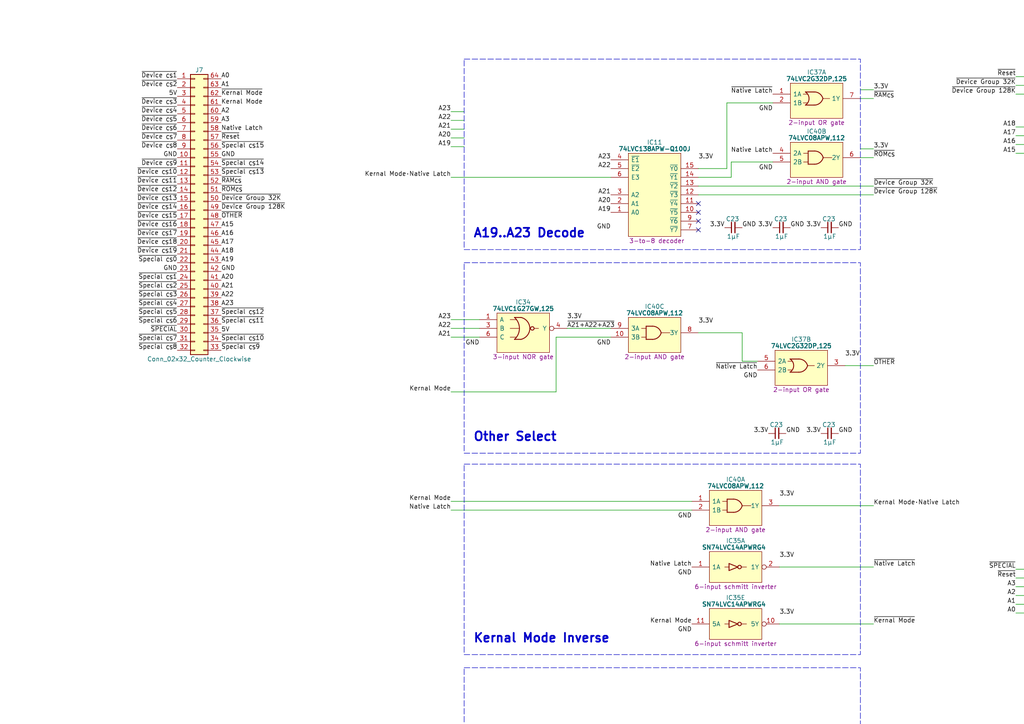
<source format=kicad_sch>
(kicad_sch (version 20230121) (generator eeschema)
  (paper "A4")
  (lib_symbols
    (symbol "Connector_Generic:Conn_02x32_Counter_Clockwise" (pin_names (offset 1.016) hide)
      (property "Reference" "J" (at 1.27 40.64 0))
      (property "Value" "Conn_02x32_Counter_Clockwise" (at 1.27 -43.18 0))
      (symbol "Conn_02x32_Counter_Clockwise_1_1"
        (pin passive line (at -5.08 38.1 0) (length 3.81) (name "Pin_1") (number "1"))
        (pin passive line (at -5.08 15.24 0) (length 3.81) (name "Pin_10") (number "10"))
        (pin passive line (at -5.08 12.7 0) (length 3.81) (name "Pin_11") (number "11"))
        (pin passive line (at -5.08 10.16 0) (length 3.81) (name "Pin_12") (number "12"))
        (pin passive line (at -5.08 7.62 0) (length 3.81) (name "Pin_13") (number "13"))
        (pin passive line (at -5.08 5.08 0) (length 3.81) (name "Pin_14") (number "14"))
        (pin passive line (at -5.08 2.54 0) (length 3.81) (name "Pin_15") (number "15"))
        (pin passive line (at -5.08 0 0) (length 3.81) (name "Pin_16") (number "16"))
        (pin passive line (at -5.08 -2.54 0) (length 3.81) (name "Pin_17") (number "17"))
        (pin passive line (at -5.08 -5.08 0) (length 3.81) (name "Pin_18") (number "18"))
        (pin passive line (at -5.08 -7.62 0) (length 3.81) (name "Pin_19") (number "19"))
        (pin passive line (at -5.08 35.56 0) (length 3.81) (name "Pin_2") (number "2"))
        (pin passive line (at -5.08 -10.16 0) (length 3.81) (name "Pin_20") (number "20"))
        (pin passive line (at -5.08 -12.7 0) (length 3.81) (name "Pin_21") (number "21"))
        (pin passive line (at -5.08 -15.24 0) (length 3.81) (name "Pin_22") (number "22"))
        (pin passive line (at -5.08 -17.78 0) (length 3.81) (name "Pin_23") (number "23"))
        (pin passive line (at -5.08 -20.32 0) (length 3.81) (name "Pin_24") (number "24"))
        (pin passive line (at -5.08 -22.86 0) (length 3.81) (name "Pin_25") (number "25"))
        (pin passive line (at -5.08 -25.4 0) (length 3.81) (name "Pin_26") (number "26"))
        (pin passive line (at -5.08 -27.94 0) (length 3.81) (name "Pin_27") (number "27"))
        (pin passive line (at -5.08 -30.48 0) (length 3.81) (name "Pin_28") (number "28"))
        (pin passive line (at -5.08 -33.02 0) (length 3.81) (name "Pin_29") (number "29"))
        (pin passive line (at -5.08 33.02 0) (length 3.81) (name "Pin_3") (number "3"))
        (pin passive line (at -5.08 -35.56 0) (length 3.81) (name "Pin_30") (number "30"))
        (pin passive line (at -5.08 -38.1 0) (length 3.81) (name "Pin_31") (number "31"))
        (pin passive line (at -5.08 -40.64 0) (length 3.81) (name "Pin_32") (number "32"))
        (pin passive line (at 7.62 -40.64 180) (length 3.81) (name "Pin_33") (number "33"))
        (pin passive line (at 7.62 -38.1 180) (length 3.81) (name "Pin_34") (number "34"))
        (pin passive line (at 7.62 -35.56 180) (length 3.81) (name "Pin_35") (number "35"))
        (pin passive line (at 7.62 -33.02 180) (length 3.81) (name "Pin_36") (number "36"))
        (pin passive line (at 7.62 -30.48 180) (length 3.81) (name "Pin_37") (number "37"))
        (pin passive line (at 7.62 -27.94 180) (length 3.81) (name "Pin_38") (number "38"))
        (pin passive line (at 7.62 -25.4 180) (length 3.81) (name "Pin_39") (number "39"))
        (pin passive line (at -5.08 30.48 0) (length 3.81) (name "Pin_4") (number "4"))
        (pin passive line (at 7.62 -22.86 180) (length 3.81) (name "Pin_40") (number "40"))
        (pin passive line (at 7.62 -20.32 180) (length 3.81) (name "Pin_41") (number "41"))
        (pin passive line (at 7.62 -17.78 180) (length 3.81) (name "Pin_42") (number "42"))
        (pin passive line (at 7.62 -15.24 180) (length 3.81) (name "Pin_43") (number "43"))
        (pin passive line (at 7.62 -12.7 180) (length 3.81) (name "Pin_44") (number "44"))
        (pin passive line (at 7.62 -10.16 180) (length 3.81) (name "Pin_45") (number "45"))
        (pin passive line (at 7.62 -7.62 180) (length 3.81) (name "Pin_46") (number "46"))
        (pin passive line (at 7.62 -5.08 180) (length 3.81) (name "Pin_47") (number "47"))
        (pin passive line (at 7.62 -2.54 180) (length 3.81) (name "Pin_48") (number "48"))
        (pin passive line (at 7.62 0 180) (length 3.81) (name "Pin_49") (number "49"))
        (pin passive line (at -5.08 27.94 0) (length 3.81) (name "Pin_5") (number "5"))
        (pin passive line (at 7.62 2.54 180) (length 3.81) (name "Pin_50") (number "50"))
        (pin passive line (at 7.62 5.08 180) (length 3.81) (name "Pin_51") (number "51"))
        (pin passive line (at 7.62 7.62 180) (length 3.81) (name "Pin_52") (number "52"))
        (pin passive line (at 7.62 10.16 180) (length 3.81) (name "Pin_53") (number "53"))
        (pin passive line (at 7.62 12.7 180) (length 3.81) (name "Pin_54") (number "54"))
        (pin passive line (at 7.62 15.24 180) (length 3.81) (name "Pin_55") (number "55"))
        (pin passive line (at 7.62 17.78 180) (length 3.81) (name "Pin_56") (number "56"))
        (pin passive line (at 7.62 20.32 180) (length 3.81) (name "Pin_57") (number "57"))
        (pin passive line (at 7.62 22.86 180) (length 3.81) (name "Pin_58") (number "58"))
        (pin passive line (at 7.62 25.4 180) (length 3.81) (name "Pin_59") (number "59"))
        (pin passive line (at -5.08 25.4 0) (length 3.81) (name "Pin_6") (number "6"))
        (pin passive line (at 7.62 27.94 180) (length 3.81) (name "Pin_60") (number "60"))
        (pin passive line (at 7.62 30.48 180) (length 3.81) (name "Pin_61") (number "61"))
        (pin passive line (at 7.62 33.02 180) (length 3.81) (name "Pin_62") (number "62"))
        (pin passive line (at 7.62 35.56 180) (length 3.81) (name "Pin_63") (number "63"))
        (pin passive line (at 7.62 38.1 180) (length 3.81) (name "Pin_64") (number "64"))
        (pin passive line (at -5.08 22.86 0) (length 3.81) (name "Pin_7") (number "7"))
        (pin passive line (at -5.08 20.32 0) (length 3.81) (name "Pin_8") (number "8"))
        (pin passive line (at -5.08 17.78 0) (length 3.81) (name "Pin_9") (number "9"))
      )
    )
    (symbol "Diodes_Inc:AP7365-33WG-7" (pin_names (offset 0.762))
      (property "Reference" "IC" (at 12.7 5.08 0))
      (property "Value" "AP7365-33WG-7" (at 12.7 3.175 0))
      (property "Description" "3.3V LDO voltage regulator" (at 12.7 -8.255 0))
      (symbol "AP7365-33WG-7_0_0"
        (pin passive line (at 0 0 0) (length 5.08) (name "VIN") (number "1"))
        (pin passive line (at 0 -5.08 0) (length 5.08) (name "GND") (number "2"))
        (pin input line (at 0 -2.54 0) (length 5.08) (name "EN") (number "3"))
        (pin passive line (at 25.4 -5.08 180) (length 5.08) (name "ADJ") (number "4"))
        (pin passive line (at 25.4 0 180) (length 5.08) (name "VOUT") (number "5"))
      )
    )
    (symbol "HCP65:C_0805" (pin_numbers hide) (pin_names (offset 0.254) hide)
      (property "Reference" "C" (at 2.286 2.54 0))
      (property "Value" "?μF" (at 2.54 -2.54 0))
      (symbol "C_0805_1_1"
        (pin passive line (at 0 0 0) (length 2.032) (name "~") (number "1"))
        (pin passive line (at 5.08 0 180) (length 2.032) (name "~") (number "2"))
      )
    )
    (symbol "Nexperia:74LVC08APW,112_Multi" (pin_names (offset 0.762))
      (property "Reference" "IC" (at 12.7 6.35 0))
      (property "Value" "74LVC08APW,112" (at 12.7 4.445 0))
      (property "Description" "2-input AND gate" (at 12.7 -8.255 0))
      (symbol "74LVC08APW,112_Multi_0_0"
        (pin passive line (at 25.4 1.27 180) (length 5.08) hide (name "3V") (number "14"))
        (pin passive line (at 0 -5.08 0) (length 5.08) hide (name "GND") (number "7"))
      )
      (symbol "74LVC08APW,112_Multi_1_0"
        (pin input line (at 0 0 0) (length 5.08) (name "1A") (number "1"))
        (pin input line (at 0 -2.54 0) (length 5.08) (name "1B") (number "2"))
        (pin passive line (at 25.4 -1.27 180) (length 5.08) (name "1Y") (number "3"))
      )
      (symbol "74LVC08APW,112_Multi_2_0"
        (pin input line (at 0 0 0) (length 5.08) (name "2A") (number "4"))
        (pin input line (at 0 -2.54 0) (length 5.08) (name "2B") (number "5"))
        (pin output line (at 25.4 -1.27 180) (length 5.08) (name "2Y") (number "6"))
      )
      (symbol "74LVC08APW,112_Multi_3_0"
        (pin input line (at 0 -2.54 0) (length 5.08) (name "3B") (number "10"))
        (pin output line (at 25.4 -1.27 180) (length 5.08) (name "3Y") (number "8"))
        (pin input line (at 0 0 0) (length 5.08) (name "3A") (number "9"))
      )
      (symbol "74LVC08APW,112_Multi_4_0"
        (pin output line (at 25.4 -1.27 180) (length 5.08) (name "4Y") (number "11"))
        (pin input line (at 0 0 0) (length 5.08) (name "4A") (number "12"))
        (pin input line (at 0 -2.54 0) (length 5.08) (name "4B") (number "13"))
      )
    )
    (symbol "Nexperia:74LVC138APW-Q100J" (pin_names (offset 0.762))
      (property "Reference" "IC" (at 12.7 3.175 0))
      (property "Value" "74LVC138APW-Q100J" (at 12.7 1.27 0))
      (property "Description" "3-to-8 decoder" (at 13.335 -25.4 0))
      (symbol "74LVC138APW-Q100J_0_0"
        (pin input line (at 0 -17.145 0) (length 5.08) (name "A0") (number "1"))
        (pin output line (at 25.4 -17.145 180) (length 5.08) (name "~{Y5}") (number "10"))
        (pin output line (at 25.4 -14.605 180) (length 5.08) (name "~{Y4}") (number "11"))
        (pin output line (at 25.4 -12.065 180) (length 5.08) (name "~{Y3}") (number "12"))
        (pin output line (at 25.4 -9.525 180) (length 5.08) (name "~{Y2}") (number "13"))
        (pin output line (at 25.4 -6.985 180) (length 5.08) (name "~{Y1}") (number "14"))
        (pin output line (at 25.4 -4.445 180) (length 5.08) (name "~{Y0}") (number "15"))
        (pin passive line (at 25.4 -1.905 180) (length 5.08) hide (name "3V") (number "16"))
        (pin input line (at 0 -14.605 0) (length 5.08) (name "A1") (number "2"))
        (pin input line (at 0 -12.065 0) (length 5.08) (name "A2") (number "3"))
        (pin input line (at 0 -1.905 0) (length 5.08) (name "~{E1}") (number "4"))
        (pin input line (at 0 -4.445 0) (length 5.08) (name "~{E2}") (number "5"))
        (pin input line (at 0 -6.985 0) (length 5.08) (name "E3") (number "6"))
        (pin output line (at 25.4 -22.225 180) (length 5.08) (name "~{Y7}") (number "7"))
        (pin passive line (at 0 -22.225 0) (length 5.08) hide (name "GND") (number "8"))
        (pin output line (at 25.4 -19.685 180) (length 5.08) (name "~{Y6}") (number "9"))
      )
    )
    (symbol "Nexperia:74LVC1G27GW,125" (pin_names (offset 0.762))
      (property "Reference" "IC" (at 12.7 5.08 0))
      (property "Value" "74LVC1G27GW,125" (at 12.7 3.175 0))
      (property "Description" "3-input NOR gate" (at 12.7 -10.795 0))
      (symbol "74LVC1G27GW,125_0_0"
        (pin input line (at 0 0 0) (length 5.08) (name "A") (number "1"))
        (pin passive line (at 0 -7.62 0) (length 5.08) hide (name "GND") (number "2"))
        (pin input line (at 0 -2.54 0) (length 5.08) (name "B") (number "3"))
        (pin passive line (at 25.4 0 180) (length 5.08) hide (name "3V") (number "5"))
        (pin input line (at 0 -5.08 0) (length 5.08) (name "C") (number "6"))
      )
      (symbol "74LVC1G27GW,125_1_0"
        (pin output inverted (at 25.4 -2.54 180) (length 5.08) (name "Y") (number "4"))
      )
    )
    (symbol "Nexperia:74LVC2G32DP,125_Multi" (pin_names (offset 0.762))
      (property "Reference" "IC" (at 12.7 6.35 0))
      (property "Value" "74LVC2G32DP,125" (at 12.7 4.445 0))
      (property "Description" "2-input OR gate" (at 12.7 -8.255 0))
      (symbol "74LVC2G32DP,125_Multi_0_0"
        (pin passive line (at 0 -5.08 0) (length 5.08) hide (name "GND") (number "4"))
        (pin passive line (at 25.4 1.27 180) (length 5.08) hide (name "VCC") (number "8"))
      )
      (symbol "74LVC2G32DP,125_Multi_1_0"
        (pin input line (at 0 0 0) (length 5.08) (name "1A") (number "1"))
        (pin input line (at 0 -2.54 0) (length 5.08) (name "1B") (number "2"))
        (pin output line (at 25.4 -1.27 180) (length 5.08) (name "1Y") (number "7"))
      )
      (symbol "74LVC2G32DP,125_Multi_2_0"
        (pin output line (at 25.4 -1.27 180) (length 5.08) (name "2Y") (number "3"))
        (pin input line (at 0 0 0) (length 5.08) (name "2A") (number "5"))
        (pin input line (at 0 -2.54 0) (length 5.08) (name "2B") (number "6"))
      )
    )
    (symbol "Texas_Instruments:SN74LVC14APWRG4 _Multi" (pin_names (offset 0.762))
      (property "Reference" "IC" (at 12.7 7.62 0))
      (property "Value" "SN74LVC14APWRG4 " (at 12.7 5.715 0))
      (property "Description" "6-input schmitt inverter" (at 12.7 -5.715 0))
      (symbol "SN74LVC14APWRG4 _Multi_0_0"
        (pin passive line (at 25.4 2.54 180) (length 5.08) hide (name "3V") (number "14"))
        (pin passive line (at 0 -2.54 0) (length 5.08) hide (name "GND") (number "7"))
      )
      (symbol "SN74LVC14APWRG4 _Multi_1_0"
        (pin input line (at 0 0 0) (length 5.08) (name "1A") (number "1"))
        (pin output inverted (at 25.4 0 180) (length 5.08) (name "1Y") (number "2"))
      )
      (symbol "SN74LVC14APWRG4 _Multi_2_0"
        (pin input line (at 0 0 0) (length 5.08) (name "2A") (number "3"))
        (pin output inverted (at 25.4 0 180) (length 5.08) (name "2Y") (number "4"))
      )
      (symbol "SN74LVC14APWRG4 _Multi_3_0"
        (pin input line (at 0 0 0) (length 5.08) (name "3A") (number "5"))
        (pin output inverted (at 25.4 0 180) (length 5.08) (name "3Y") (number "6"))
      )
      (symbol "SN74LVC14APWRG4 _Multi_4_0"
        (pin output inverted (at 25.4 0 180) (length 5.08) (name "4Y") (number "8"))
        (pin input line (at 0 0 0) (length 5.08) (name "4A") (number "9"))
      )
      (symbol "SN74LVC14APWRG4 _Multi_5_0"
        (pin output inverted (at 25.4 0 180) (length 5.08) (name "5Y") (number "10"))
        (pin input line (at 0 0 0) (length 5.08) (name "5A") (number "11"))
      )
      (symbol "SN74LVC14APWRG4 _Multi_6_0"
        (pin output inverted (at 25.4 0 180) (length 5.08) (name "6Y") (number "12"))
        (pin input line (at 0 0 0) (length 5.08) (name "6A") (number "13"))
      )
    )
  )
  (junction (at 210.185 217.17))
  (junction (at 180.975 217.17))
  (no_connect (at 202.565 61.595))
  (no_connect (at 202.565 66.675))
  (no_connect (at 298.45 170.18))
  (no_connect (at 532.13 52.07))
  (no_connect (at 206.375 222.25))
  (no_connect (at 387.35 106.68))
  (no_connect (at 494.665 35.56))
  (no_connect (at 387.35 111.76))
  (no_connect (at 387.35 109.22))
  (no_connect (at 202.565 64.135))
  (no_connect (at 387.35 114.3))
  (no_connect (at 202.565 59.055))
  (no_connect (at 532.13 36.195))
  (wire (pts (xy 253.365 106.045) (xy 245.11 106.045)))
  (wire (pts (xy 417.195 46.99) (xy 387.35 46.99)))
  (wire (pts (xy 210.82 29.845) (xy 210.82 48.895)))
  (wire (pts (xy 417.195 177.8) (xy 386.715 177.8)))
  (wire (pts (xy 294.64 172.72) (xy 361.315 172.72)))
  (wire (pts (xy 337.185 64.135) (xy 361.95 64.135)))
  (wire (pts (xy 253.365 146.685) (xy 226.06 146.685)))
  (wire (pts (xy 210.82 48.895) (xy 202.565 48.895)))
  (wire (pts (xy 417.195 71.755) (xy 387.35 71.755)))
  (wire (pts (xy 294.64 24.765) (xy 298.45 24.765)))
  (wire (pts (xy 417.195 208.28) (xy 386.715 208.28)))
  (wire (pts (xy 417.195 49.53) (xy 387.35 49.53)))
  (wire (pts (xy 215.265 104.775) (xy 219.71 104.775)))
  (wire (pts (xy 215.265 96.52) (xy 215.265 104.775)))
  (wire (pts (xy 253.365 26.035) (xy 249.555 26.035)))
  (wire (pts (xy 417.195 76.835) (xy 387.35 76.835)))
  (wire (pts (xy 417.195 96.52) (xy 387.35 96.52)))
  (wire (pts (xy 212.09 51.435) (xy 212.09 46.99)))
  (wire (pts (xy 130.81 40.005) (xy 134.62 40.005)))
  (wire (pts (xy 417.195 167.64) (xy 386.715 167.64)))
  (wire (pts (xy 417.195 203.2) (xy 386.715 203.2)))
  (wire (pts (xy 210.185 217.17) (xy 215.265 217.17)))
  (wire (pts (xy 417.195 182.88) (xy 386.715 182.88)))
  (wire (pts (xy 417.195 79.375) (xy 387.35 79.375)))
  (wire (pts (xy 253.365 28.575) (xy 249.555 28.575)))
  (wire (pts (xy 417.195 36.83) (xy 387.35 36.83)))
  (wire (pts (xy 336.55 198.12) (xy 361.315 198.12)))
  (wire (pts (xy 226.06 180.975) (xy 253.365 180.975)))
  (wire (pts (xy 294.64 44.45) (xy 361.95 44.45)))
  (wire (pts (xy 417.195 205.74) (xy 386.715 205.74)))
  (wire (pts (xy 417.195 175.26) (xy 386.715 175.26)))
  (wire (pts (xy 332.74 165.1) (xy 332.74 162.56)))
  (wire (pts (xy 294.64 36.83) (xy 298.45 36.83)))
  (wire (pts (xy 212.09 46.99) (xy 224.155 46.99)))
  (wire (pts (xy 294.64 165.1) (xy 332.74 165.1)))
  (wire (pts (xy 294.64 22.225) (xy 298.45 22.225)))
  (wire (pts (xy 417.195 213.36) (xy 386.715 213.36)))
  (wire (pts (xy 130.81 113.665) (xy 161.29 113.665)))
  (wire (pts (xy 417.195 74.295) (xy 387.35 74.295)))
  (wire (pts (xy 294.64 167.64) (xy 361.315 167.64)))
  (wire (pts (xy 294.64 41.91) (xy 361.95 41.91)))
  (wire (pts (xy 417.195 44.45) (xy 387.35 44.45)))
  (wire (pts (xy 253.365 56.515) (xy 202.565 56.515)))
  (wire (pts (xy 210.185 222.25) (xy 210.185 217.17)))
  (wire (pts (xy 417.195 41.91) (xy 387.35 41.91)))
  (wire (pts (xy 253.365 53.975) (xy 202.565 53.975)))
  (wire (pts (xy 130.81 42.545) (xy 134.62 42.545)))
  (wire (pts (xy 417.195 215.9) (xy 386.715 215.9)))
  (wire (pts (xy 130.81 95.25) (xy 139.065 95.25)))
  (wire (pts (xy 130.81 97.79) (xy 139.065 97.79)))
  (wire (pts (xy 294.64 177.8) (xy 361.315 177.8)))
  (wire (pts (xy 417.195 210.82) (xy 386.715 210.82)))
  (wire (pts (xy 294.64 170.18) (xy 298.45 170.18)))
  (wire (pts (xy 130.81 34.925) (xy 134.62 34.925)))
  (wire (pts (xy 130.81 37.465) (xy 134.62 37.465)))
  (wire (pts (xy 164.465 95.25) (xy 177.165 95.25)))
  (wire (pts (xy 130.81 145.415) (xy 200.66 145.415)))
  (wire (pts (xy 417.195 198.12) (xy 386.715 198.12)))
  (wire (pts (xy 332.74 162.56) (xy 361.315 162.56)))
  (wire (pts (xy 417.195 200.66) (xy 386.715 200.66)))
  (wire (pts (xy 417.195 64.135) (xy 387.35 64.135)))
  (wire (pts (xy 130.81 32.385) (xy 134.62 32.385)))
  (wire (pts (xy 417.195 31.75) (xy 387.35 31.75)))
  (wire (pts (xy 417.195 104.14) (xy 387.35 104.14)))
  (wire (pts (xy 161.29 113.665) (xy 161.29 97.79)))
  (wire (pts (xy 417.195 39.37) (xy 387.35 39.37)))
  (wire (pts (xy 294.64 27.305) (xy 298.45 27.305)))
  (wire (pts (xy 253.365 43.18) (xy 249.555 43.18)))
  (wire (pts (xy 224.155 29.845) (xy 210.82 29.845)))
  (wire (pts (xy 130.81 147.955) (xy 200.66 147.955)))
  (wire (pts (xy 165.735 217.17) (xy 165.735 222.25)))
  (wire (pts (xy 180.975 217.17) (xy 180.975 219.71)))
  (wire (pts (xy 417.195 66.675) (xy 387.35 66.675)))
  (wire (pts (xy 206.375 217.17) (xy 210.185 217.17)))
  (wire (pts (xy 417.195 172.72) (xy 386.715 172.72)))
  (wire (pts (xy 165.735 217.17) (xy 180.975 217.17)))
  (wire (pts (xy 417.195 81.915) (xy 387.35 81.915)))
  (wire (pts (xy 417.195 34.29) (xy 387.35 34.29)))
  (wire (pts (xy 130.81 92.71) (xy 139.065 92.71)))
  (wire (pts (xy 202.565 51.435) (xy 212.09 51.435)))
  (wire (pts (xy 417.195 180.34) (xy 386.715 180.34)))
  (wire (pts (xy 253.365 45.72) (xy 249.555 45.72)))
  (wire (pts (xy 417.195 101.6) (xy 387.35 101.6)))
  (wire (pts (xy 161.29 97.79) (xy 177.165 97.79)))
  (wire (pts (xy 165.735 222.25) (xy 167.005 222.25)))
  (wire (pts (xy 226.06 164.465) (xy 253.365 164.465)))
  (wire (pts (xy 417.195 165.1) (xy 386.715 165.1)))
  (wire (pts (xy 417.195 69.215) (xy 387.35 69.215)))
  (wire (pts (xy 294.64 39.37) (xy 361.95 39.37)))
  (wire (pts (xy 417.195 99.06) (xy 387.35 99.06)))
  (wire (pts (xy 130.81 51.435) (xy 177.165 51.435)))
  (wire (pts (xy 202.565 96.52) (xy 215.265 96.52)))
  (wire (pts (xy 294.64 175.26) (xy 361.315 175.26)))
  (wire (pts (xy 417.195 170.18) (xy 386.715 170.18)))
  (rectangle (start 134.62 76.2) (end 249.555 131.445) (stroke (width 0) (type dash)))
  (rectangle (start 459.105 17.145) (end 574.04 72.39) (stroke (width 0) (type dash)))
  (rectangle (start 134.62 134.62) (end 249.555 189.865) (stroke (width 0) (type dash)))
  (rectangle (start 298.45 134.62) (end 413.385 248.92) (stroke (width 0) (type dash)))
  (rectangle (start 134.62 17.145) (end 249.555 72.39) (stroke (width 0) (type dash)))
  (rectangle (start 298.45 17.145) (end 413.385 131.445) (stroke (width 0) (type dash)))
  (rectangle (start 134.62 193.675) (end 249.555 248.92) (stroke (width 0) (type dash)))
  (text "Spares" (at 461.645 69.215 0) (effects (font (size 2.54 2.54) (thickness 0.508) bold) (justify left bottom)))
  (text "A19..A23 Decode" (at 137.16 69.215 0) (effects (font (size 2.54 2.54) (thickness 0.508) bold) (justify left bottom)))
  (text "Device Select" (at 300.355 130.175 0) (effects (font (size 2.54 2.54) (thickness 0.508) bold) (justify left bottom)))
  (text "Special Address Select" (at 300.355 247.65 0) (effects (font (size 2.54 2.54) (thickness 0.508) bold) (justify left bottom)))
  (text "Kernal Mode Inverse" (at 137.16 186.69 0) (effects (font (size 2.54 2.54) (thickness 0.508) bold) (justify left bottom)))
  (text "Power" (at 137.16 245.745 0) (effects (font (size 2.54 2.54) (thickness 0.508) bold) (justify left bottom)))
  (text "Other Select" (at 137.16 128.27 0) (effects (font (size 2.54 2.54) (thickness 0.508) bold) (justify left bottom)))
  (label "A15" (at 361.95 76.835 180))
  (label "~{Device _{CS}17}" (at 51.435 68.58 180))
  (label "GND" (at 177.165 66.675 180))
  (label "~{Device _{CS}10}" (at 417.195 69.215 0))
  (label "3.3V" (at 532.13 49.53 0))
  (label "A1" (at 64.135 25.4 0))
  (label "~{Device Group 128K}" (at 64.135 60.96 0))
  (label "~{Special _{CS}1}" (at 51.435 81.28 180))
  (label "~{Special _{CS}15}" (at 64.135 43.18 0))
  (label "3.3V" (at 238.125 125.73 180))
  (label "~{Special _{CS}9}" (at 417.195 200.66 0))
  (label "3.3V" (at 164.465 92.71 0))
  (label "3.3V" (at 386.715 162.56 0))
  (label "~{Device Group 32K}" (at 361.95 29.21 180))
  (label "~{ROM_{CS}}" (at 64.135 55.88 0))
  (label "~{Special _{CS}8}" (at 51.435 101.6 180))
  (label "GND" (at 506.73 53.34 180))
  (label "GND" (at 215.265 66.04 0))
  (label "~{Special _{CS}5}" (at 51.435 91.44 180))
  (label "GND" (at 506.73 36.195 180))
  (label "GND" (at 390.525 125.73 0))
  (label "A20" (at 130.81 40.005 180))
  (label "~{Device _{CS}9}" (at 51.435 48.26 180))
  (label "~{Device _{CS}4}" (at 417.195 41.91 0))
  (label "GND" (at 219.71 109.855 180))
  (label "3.3V" (at 202.565 93.98 0))
  (label "GND" (at 180.975 222.25 180))
  (label "A17" (at 294.64 39.37 180))
  (label "3.3V" (at 224.155 66.04 180))
  (label "~{Special _{CS}0}" (at 417.195 165.1 0))
  (label "GND" (at 361.315 215.9 180))
  (label "3.3V" (at 401.955 243.205 180))
  (label "GND" (at 361.95 49.53 180))
  (label "~{Device Group 32K}" (at 361.95 61.595 180))
  (label "~{Device _{CS}14}" (at 417.195 79.375 0))
  (label "~{SPECIAL}" (at 417.195 31.75 0))
  (label "Kernal Mode" (at 130.81 113.665 180))
  (label "~{RAM_{CS}}" (at 64.135 53.34 0))
  (label "3.3V" (at 494.665 33.02 0))
  (label "A22" (at 130.81 95.25 180))
  (label "~{Device _{CS}9}" (at 417.195 66.675 0))
  (label "3.3V" (at 387.35 93.98 0))
  (label "~{Device Group 128K}" (at 294.64 27.305 180))
  (label "~{Device _{CS}12}" (at 417.195 74.295 0))
  (label "~{Special _{CS}3}" (at 417.195 172.72 0))
  (label "~{Device _{CS}7}" (at 51.435 40.64 180))
  (label "A22" (at 64.135 86.36 0))
  (label "GND" (at 200.66 167.005 180))
  (label "GND" (at 215.265 222.25 0))
  (label "~{Device _{CS}3}" (at 51.435 30.48 180))
  (label "A18" (at 361.95 106.68 180))
  (label "~{Special _{CS}3}" (at 51.435 86.36 180))
  (label "~{Device _{CS}1}" (at 51.435 22.86 180))
  (label "~{Special _{CS}6}" (at 51.435 93.98 180))
  (label "GND" (at 224.155 49.53 180))
  (label "~{Device _{CS}19}" (at 417.195 104.14 0))
  (label "~{Special _{CS}13}" (at 417.195 210.82 0))
  (label "~{Special _{CS}2}" (at 417.195 170.18 0))
  (label "3.3V" (at 253.365 26.035 0))
  (label "Kernal Mode·Native Latch" (at 253.365 146.685 0))
  (label "A17" (at 64.135 71.12 0))
  (label "Native Latch" (at 130.81 147.955 180))
  (label "~{Device _{CS}2}" (at 417.195 36.83 0))
  (label "~{Device Group 128K}" (at 253.365 56.515 0))
  (label "~{Special _{CS}6}" (at 417.195 180.34 0))
  (label "A3" (at 294.64 170.18 180))
  (label "~{Reset}" (at 361.95 99.06 180))
  (label "3.3V" (at 253.365 43.18 0))
  (label "A18" (at 361.95 31.75 180))
  (label "A16" (at 294.64 41.91 180))
  (label "~{SPECIAL}" (at 294.64 165.1 180))
  (label "GND" (at 139.065 100.33 180))
  (label "A23" (at 177.165 46.355 180))
  (label "Kernal Mode" (at 130.81 145.415 180))
  (label "~{Special _{CS}11}" (at 64.135 93.98 0))
  (label "~{Special _{CS}0}" (at 51.435 76.2 180))
  (label "GND" (at 229.235 66.04 0))
  (label "~{Device _{CS}15}" (at 51.435 63.5 180))
  (label "~{Reset}" (at 311.785 64.135 180))
  (label "~{Device _{CS}13}" (at 51.435 58.42 180))
  (label "~{Special _{CS}2}" (at 51.435 83.82 180))
  (label "~{Special _{CS}5}" (at 417.195 177.8 0))
  (label "Native Latch" (at 200.66 164.465 180))
  (label "A21" (at 64.135 83.82 0))
  (label "GND" (at 311.785 66.675 180))
  (label "3.3V" (at 226.06 178.435 0))
  (label "Native Latch" (at 224.155 44.45 180))
  (label "Kernal Mode" (at 200.66 180.975 180))
  (label "A16" (at 64.135 68.58 0))
  (label "GND" (at 361.95 81.915 180))
  (label "A18" (at 64.135 73.66 0))
  (label "A22" (at 177.165 48.895 180))
  (label "GND" (at 243.205 125.73 0))
  (label "3.3V" (at 226.06 161.925 0))
  (label "~{Reset}" (at 294.64 22.225 180))
  (label "~{Reset}" (at 64.135 40.64 0))
  (label "A19" (at 64.135 76.2 0))
  (label "~{Native Latch}" (at 253.365 164.465 0))
  (label "GND" (at 361.95 114.3 180))
  (label "~{Special _{CS}7}" (at 417.195 182.88 0))
  (label "3.3V" (at 215.265 217.17 0))
  (label "A15" (at 294.64 44.45 180))
  (label "~{Special _{CS}1}" (at 417.195 167.64 0))
  (label "A19" (at 130.81 42.545 180))
  (label "~{Reset}" (at 294.64 167.64 180))
  (label "GND" (at 64.135 78.74 0))
  (label "~{Special _{CS}10}" (at 64.135 99.06 0))
  (label "~{Device _{CS}16}" (at 417.195 96.52 0))
  (label "A17" (at 361.95 71.755 180))
  (label "A23" (at 64.135 88.9 0))
  (label "~{Special _{CS}4}" (at 51.435 88.9 180))
  (label "A2" (at 294.64 172.72 180))
  (label "~{A21+A22+A23}" (at 164.465 95.25 0))
  (label "~{Device Group 32K}" (at 294.64 24.765 180))
  (label "~{RAM_{CS}}" (at 253.365 28.575 0))
  (label "~{Special _{CS}14}" (at 64.135 48.26 0))
  (label "~{Device _{CS}5}" (at 417.195 44.45 0))
  (label "~{OTHER}" (at 64.135 63.5 0))
  (label "~{Device Group 128K}" (at 361.95 93.98 180))
  (label "3.3V" (at 337.185 61.595 0))
  (label "~{Device _{CS}1}" (at 417.195 34.29 0))
  (label "A19" (at 177.165 61.595 180))
  (label "3.3V" (at 202.565 46.355 0))
  (label "3.3V" (at 336.55 195.58 0))
  (label "~{SPECIAL}" (at 361.315 195.58 180))
  (label "~{Device _{CS}19}" (at 51.435 73.66 180))
  (label "A3" (at 64.135 35.56 0))
  (label "Kernal Mode·Native Latch" (at 130.81 51.435 180))
  (label "A18" (at 361.95 66.675 180))
  (label "3.3V" (at 226.06 144.145 0))
  (label "A18" (at 294.64 36.83 180))
  (label "~{Device _{CS}3}" (at 417.195 39.37 0))
  (label "~{Reset}" (at 361.315 200.66 180))
  (label "A3" (at 311.15 198.12 180))
  (label "A17" (at 361.95 109.22 180))
  (label "~{Special _{CS}7}" (at 51.435 99.06 180))
  (label "~{Device _{CS}11}" (at 417.195 71.755 0))
  (label "~{Device _{CS}8}" (at 51.435 43.18 180))
  (label "GND" (at 506.73 55.88 180))
  (label "A2" (at 64.135 33.02 0))
  (label "~{Reset}" (at 361.95 34.29 180))
  (label "~{Device _{CS}18}" (at 417.195 101.6 0))
  (label "~{Device _{CS}17}" (at 417.195 99.06 0))
  (label "A3" (at 361.315 165.1 180))
  (label "~{Native Latch}" (at 219.71 107.315 180))
  (label "~{OTHER}" (at 253.365 106.045 0))
  (label "3.3V" (at 385.445 125.73 180))
  (label "~{Device _{CS}7}" (at 417.195 49.53 0))
  (label "GND" (at 51.435 45.72 180))
  (label "GND" (at 172.085 222.25 0))
  (label "GND" (at 227.965 125.73 0))
  (label "5V" (at 51.435 27.94 180))
  (label "GND" (at 64.135 45.72 0))
  (label "~{Device _{CS}10}" (at 51.435 50.8 180))
  (label "~{Device _{CS}14}" (at 51.435 60.96 180))
  (label "GND" (at 391.795 243.205 0))
  (label "3.3V" (at 245.11 103.505 0))
  (label "3.3V" (at 210.185 66.04 180))
  (label "A16" (at 361.95 74.295 180))
  (label "GND" (at 224.155 32.385 180))
  (label "3.3V" (at 238.125 66.04 180))
  (label "3.3V" (at 387.35 61.595 0))
  (label "A21" (at 130.81 37.465 180))
  (label "GND" (at 506.73 38.735 180))
  (label "GND" (at 51.435 78.74 180))
  (label "5V" (at 64.135 96.52 0))
  (label "~{Device _{CS}2}" (at 51.435 25.4 180))
  (label "~{Device _{CS}4}" (at 51.435 33.02 180))
  (label "GND" (at 469.265 38.1 180))
  (label "A20" (at 177.165 59.055 180))
  (label "GND" (at 177.165 100.33 180))
  (label "GND" (at 506.73 50.8 180))
  (label "~{Device _{CS}18}" (at 51.435 71.12 180))
  (label "~{Special _{CS}13}" (at 64.135 50.8 0))
  (label "~{Kernal Mode}" (at 253.365 180.975 0))
  (label "~{Device _{CS}8}" (at 417.195 64.135 0))
  (label "A15" (at 64.135 66.04 0))
  (label "~{Special _{CS}11}" (at 417.195 205.74 0))
  (label "~{Special _{CS}15}" (at 417.195 215.9 0))
  (label "3.3V" (at 222.885 125.73 180))
  (label "5V" (at 165.735 217.17 180))
  (label "A0" (at 361.315 210.82 180))
  (label "~{Device Group 32K}" (at 253.365 53.975 0))
  (label "GND" (at 361.315 182.88 180))
  (label "A23" (at 130.81 32.385 180))
  (label "~{Device _{CS}12}" (at 51.435 55.88 180))
  (label "~{Native Latch}" (at 224.155 27.305 180))
  (label "~{ROM_{CS}}" (at 253.365 45.72 0))
  (label "~{Device Group 32K}" (at 64.135 58.42 0))
  (label "A1" (at 294.64 175.26 180))
  (label "~{Kernal Mode}" (at 64.135 27.94 0))
  (label "~{SPECIAL}" (at 51.435 96.52 180))
  (label "~{Special _{CS}4}" (at 417.195 175.26 0))
  (label "~{Device _{CS}11}" (at 51.435 53.34 180))
  (label "GND" (at 361.95 96.52 180))
  (label "~{Special _{CS}10}" (at 417.195 203.2 0))
  (label "3.3V" (at 369.57 125.73 180))
  (label "~{Special _{CS}8}" (at 417.195 198.12 0))
  (label "~{Special _{CS}9}" (at 64.135 101.6 0))
  (label "~{Special _{CS}14}" (at 417.195 213.36 0))
  (label "Kernal Mode" (at 64.135 30.48 0))
  (label "A21" (at 130.81 97.79 180))
  (label "3.3V" (at 386.715 195.58 0))
  (label "3.3V" (at 401.32 125.73 180))
  (label "A2" (at 361.315 205.74 180))
  (label "A0" (at 64.135 22.86 0))
  (label "GND" (at 361.95 104.14 180))
  (label "~{Device _{CS}15}" (at 417.195 81.915 0))
  (label "3.3V" (at 532.13 33.655 0))
  (label "~{Device _{CS}5}" (at 51.435 35.56 180))
  (label "Native Latch" (at 64.135 38.1 0))
  (label "GND" (at 200.66 150.495 180))
  (label "~{Device _{CS}13}" (at 417.195 76.835 0))
  (label "~{Device _{CS}6}" (at 51.435 38.1 180))
  (label "A0" (at 294.64 177.8 180))
  (label "A1" (at 361.315 208.28 180))
  (label "~{Special _{CS}12}" (at 64.135 91.44 0))
  (label "GND" (at 469.265 35.56 180))
  (label "A22" (at 130.81 34.925 180))
  (label "A23" (at 130.81 92.71 180))
  (label "~{Device _{CS}6}" (at 417.195 46.99 0))
  (label "~{Special _{CS}12}" (at 417.195 208.28 0))
  (label "A20" (at 64.135 81.28 0))
  (label "GND" (at 311.15 200.66 180))
  (label "A21" (at 177.165 56.515 180))
  (label "GND" (at 243.205 66.04 0))
  (label "GND" (at 200.66 183.515 180))
  (label "~{Device _{CS}16}" (at 51.435 66.04 180))
  (label "3.3V" (at 386.715 243.205 180))
  (label "GND" (at 374.65 125.73 0))
  (label "GND" (at 407.035 243.205 0))
  (label "GND" (at 406.4 125.73 0))
  (label "3.3V" (at 387.35 29.21 0))
  (symbol (lib_id "HCP65:C_0805") (at 369.57 125.73 0) (unit 1)
    (property "Reference" "C23" (at 371.856 123.19 0))
    (property "Value" "1μF" (at 372.11 128.27 0))
    (property "Footprint" "SamacSys_Parts:C_0805" (effects hide))
    (instances (project "Pico Sound" (path "" (reference "C23") (unit 1))) (project "MPU Breakout" (path "" (reference "C1") (unit 1)) (path "" (reference "C19") (unit 1)) (path "" (reference "C25") (unit 1)) (path "" (reference "C36") (unit 1))))
  )
  (symbol (lib_id "Texas_Instruments:SN74LVC14APWRG4 _Multi") (at 200.66 180.975 0) (unit 5)
    (property "Reference" "IC35" (at 213.36 173.355 0))
    (property "Value" "SN74LVC14APWRG4 " (at 213.36 175.26 0) (effects (font bold)))
    (property "Footprint" "SOP65P640X110-14N" (effects hide))
    (property "Datasheet" "https://www.ti.com/lit/ds/symlink/sn54lvc14a-sp.pdf?HQS=dis-mous-null-mousermode-dsf-pf-null-wwe&ts=1698388139196&ref_url=https%253A%252F%252Fwww.mouser.de%252F" (effects hide))
    (property "Description" "6-input schmitt inverter" (at 213.36 186.69 0))
    (property "Height" "1.1" (effects hide))
    (property "Manufacturer_Name" "Nexperia" (effects hide))
    (property "Manufacturer_Part_Number" "SN74LVC14APWRG4 " (effects hide))
    (property "Mouser Part Number" "SN74LVC14APWRG4 " (effects hide))
    (property "Mouser Price/Stock" "https://www.mouser.co.uk/ProductDetail/Nexperia/74LVC04APW118?qs=me8TqzrmIYUA5zXidd9%2F4g%3D%3D" (effects hide))
    (property "Silkscreen" "74LVC14" (effects hide))
  )
  (symbol (lib_id "HCP65:C_0805") (at 210.185 66.04 0) (unit 1)
    (property "Reference" "C23" (at 212.471 63.5 0))
    (property "Value" "1μF" (at 212.725 68.58 0))
    (property "Footprint" "SamacSys_Parts:C_0805" (effects hide))
    (instances (project "Pico Sound" (path "" (reference "C23") (unit 1))) (project "MPU Breakout" (path "" (reference "C1") (unit 1)) (path "" (reference "C19") (unit 1)) (path "" (reference "C25") (unit 1)) (path "" (reference "C31") (unit 1))))
  )
  (symbol (lib_id "Nexperia:74LVC08APW,112_Multi") (at 506.73 50.8 0) (unit 4)
    (property "Reference" "IC40" (at 519.43 44.45 0))
    (property "Value" "74LVC08APW,112" (at 519.43 46.355 0) (effects (font bold)))
    (property "Footprint" "SOP65P640X110-14N" (effects hide))
    (property "Datasheet" "https://assets.nexperia.com/documents/data-sheet/74LVC08A.pdf" (effects hide))
    (property "Description" "2-input AND gate" (at 519.43 59.055 0))
    (property "Height" "1.1" (effects hide))
    (property "Manufacturer_Name" "Nexperia" (effects hide))
    (property "Manufacturer_Part_Number" "74LVC08APW,112" (effects hide))
    (property "Mouser Part Number" "771-74LVC08APW" (effects hide))
    (property "Mouser Price/Stock" "https://www.mouser.com/Search/Refine.aspx?Keyword=771-74LVC08APW" (effects hide))
    (property "Silkscreen" "74LVC08" (effects hide))
  )
  (symbol (lib_id "Nexperia:74LVC138APW-Q100J") (at 361.95 27.305 0) (unit 1)
    (property "Reference" "IC16" (at 374.65 24.13 0))
    (property "Value" "74LVC138APW-Q100J" (at 374.65 26.035 0) (effects (font bold)))
    (property "Footprint" "SOP65P640X110-16N" (effects hide))
    (property "Datasheet" "https://assets.nexperia.com/documents/data-sheet/74LVC138A_Q100.pdf" (effects hide))
    (property "Description" "3-to-8 decoder" (at 375.285 52.705 0))
    (property "Height" "1.1" (effects hide))
    (property "Mouser Part Number" "771-74LVC138APWQ100J" (effects hide))
    (property "Mouser Price/Stock" "https://www.mouser.co.uk/ProductDetail/Nexperia/74LVC138APW-Q100J?qs=fi7yB2oewZnXKE82xo%252BhJQ%3D%3D" (effects hide))
    (property "Manufacturer_Name" "Nexperia" (effects hide))
    (property "Manufacturer_Part_Number" "74LVC138APW-Q100J" (effects hide))
    (property "Silkscreen" "74LVC138" (effects hide))
  )
  (symbol (lib_id "Nexperia:74LVC1G27GW,125") (at 139.065 92.71 0) (unit 1)
    (property "Reference" "IC34" (at 151.765 87.63 0))
    (property "Value" "74LVC1G27GW,125" (at 151.765 89.535 0) (effects (font bold)))
    (property "Footprint" "SOP65P210X110-6N" (effects hide))
    (property "Datasheet" "https://assets.nexperia.com/documents/data-sheet/74LVC1G27.pdf" (effects hide))
    (property "Description" "3-input NOR gate" (at 151.765 103.505 0))
    (property "Height" "1.1" (effects hide))
    (property "Mouser Part Number" "771-74LVC1G27GW125" (effects hide))
    (property "Mouser Price/Stock" "https://www.mouser.co.uk/ProductDetail/Nexperia/74LVC1G27GW125?qs=NQoTdinTi9Fjyw3yj%2FzFLA%3D%3D" (effects hide))
    (property "Manufacturer_Name" "Nexperia" (effects hide))
    (property "Manufacturer_Part_Number" "74LVC1G27GW,125" (effects hide))
    (property "Silkscreen" "'1G27" (effects hide))
  )
  (symbol (lib_id "HCP65:C_0805") (at 167.005 222.25 0) (unit 1)
    (property "Reference" "C27" (at 169.291 219.71 0))
    (property "Value" "10μF" (at 169.545 224.79 0))
    (property "Footprint" "SamacSys_Parts:C_0805" (effects hide))
    (instances (project "Pico Sound" (path "" (reference "C27") (unit 1))) (project "MPU Breakout" (path "" (reference "C7") (unit 1)) (path "" (reference "C41") (unit 1)) (path "" (reference "C45") (unit 1))))
  )
  (symbol (lib_id "Diodes_Inc:AP7365-33WG-7") (at 180.975 217.17 0) (unit 1)
    (property "Reference" "IC2" (at 193.675 212.09 0))
    (property "Value" "AP7365-33WG-7" (at 193.675 213.995 0) (effects (font bold)))
    (property "Footprint" "SOT95P285X130-5N" (effects hide))
    (property "Datasheet" "https://componentsearchengine.com/Datasheets/1/AP7365-33WG-7.pdf" (effects hide))
    (property "Description" "3.3V LDO voltage regulator" (at 193.675 225.425 0))
    (property "Height" "1.3" (effects hide))
    (property "Manufacturer_Name" "Diodes Inc." (effects hide))
    (property "Manufacturer_Part_Number" "AP7365-33WG-7" (effects hide))
    (property "Mouser Part Number" "621-AP7365-33WG-7" (effects hide))
    (property "Mouser Price/Stock" "https://www.mouser.co.uk/ProductDetail/Diodes-Incorporated/AP7365-33WG-7?qs=abZ1nkZpTuOZFvxvoFPL0w%3D%3D" (effects hide))
    (property "Arrow Part Number" "AP7365-33WG-7" (effects hide))
    (property "Arrow Price/Stock" "https://www.arrow.com/en/products/ap7365-33wg-7/diodes-incorporated?region=nac" (effects hide))
    (property "Silkscreen" "AP7365" (effects hide))
    (instances (project "Pico Sound" (path "" (reference "IC2") (unit 1))) (project "MPU Breakout" (path "" (reference "IC7") (unit 1)) (path "" (reference "IC36") (unit 1)) (path "" (reference "IC42") (unit 1))))
  )
  (symbol (lib_id "HCP65:C_0805") (at 210.185 222.25 0) (unit 1)
    (property "Reference" "C27" (at 212.471 219.71 0))
    (property "Value" "10μF" (at 212.725 224.79 0))
    (property "Footprint" "SamacSys_Parts:C_0805" (effects hide))
    (instances (project "Pico Sound" (path "" (reference "C27") (unit 1))) (project "MPU Breakout" (path "" (reference "C7") (unit 1)) (path "" (reference "C42") (unit 1)) (path "" (reference "C46") (unit 1))))
  )
  (symbol (lib_id "HCP65:C_0805") (at 401.32 125.73 0) (unit 1)
    (property "Reference" "C23" (at 403.606 123.19 0))
    (property "Value" "1μF" (at 403.86 128.27 0))
    (property "Footprint" "SamacSys_Parts:C_0805" (effects hide))
    (instances (project "Pico Sound" (path "" (reference "C23") (unit 1))) (project "MPU Breakout" (path "" (reference "C1") (unit 1)) (path "" (reference "C19") (unit 1)) (path "" (reference "C25") (unit 1)) (path "" (reference "C38") (unit 1))))
  )
  (symbol (lib_id "HCP65:C_0805") (at 238.125 66.04 0) (unit 1)
    (property "Reference" "C23" (at 240.411 63.5 0))
    (property "Value" "1μF" (at 240.665 68.58 0))
    (property "Footprint" "SamacSys_Parts:C_0805" (effects hide))
    (instances (project "Pico Sound" (path "" (reference "C23") (unit 1))) (project "MPU Breakout" (path "" (reference "C1") (unit 1)) (path "" (reference "C19") (unit 1)) (path "" (reference "C25") (unit 1)) (path "" (reference "C34") (unit 1))))
  )
  (symbol (lib_id "Nexperia:74LVC138APW-Q100J") (at 361.315 160.655 0) (unit 1)
    (property "Reference" "IC38" (at 374.015 157.48 0))
    (property "Value" "74LVC138APW-Q100J" (at 374.015 159.385 0) (effects (font bold)))
    (property "Footprint" "SOP65P640X110-16N" (effects hide))
    (property "Datasheet" "https://assets.nexperia.com/documents/data-sheet/74LVC138A_Q100.pdf" (effects hide))
    (property "Description" "3-to-8 decoder" (at 374.65 186.055 0))
    (property "Height" "1.1" (effects hide))
    (property "Mouser Part Number" "771-74LVC138APWQ100J" (effects hide))
    (property "Mouser Price/Stock" "https://www.mouser.co.uk/ProductDetail/Nexperia/74LVC138APW-Q100J?qs=fi7yB2oewZnXKE82xo%252BhJQ%3D%3D" (effects hide))
    (property "Manufacturer_Name" "Nexperia" (effects hide))
    (property "Manufacturer_Part_Number" "74LVC138APW-Q100J" (effects hide))
    (property "Silkscreen" "74LVC138" (effects hide))
  )
  (symbol (lib_id "Texas_Instruments:SN74LVC14APWRG4 _Multi") (at 469.265 35.56 0) (unit 2)
    (property "Reference" "IC35" (at 481.965 27.94 0))
    (property "Value" "SN74LVC14APWRG4 " (at 481.965 29.845 0) (effects (font bold)))
    (property "Footprint" "SOP65P640X110-14N" (effects hide))
    (property "Datasheet" "https://www.ti.com/lit/ds/symlink/sn54lvc14a-sp.pdf?HQS=dis-mous-null-mousermode-dsf-pf-null-wwe&ts=1698388139196&ref_url=https%253A%252F%252Fwww.mouser.de%252F" (effects hide))
    (property "Description" "6-input schmitt inverter" (at 481.965 41.275 0))
    (property "Height" "1.1" (effects hide))
    (property "Manufacturer_Name" "Nexperia" (effects hide))
    (property "Manufacturer_Part_Number" "SN74LVC14APWRG4 " (effects hide))
    (property "Mouser Part Number" "SN74LVC14APWRG4 " (effects hide))
    (property "Mouser Price/Stock" "https://www.mouser.co.uk/ProductDetail/Nexperia/74LVC04APW118?qs=me8TqzrmIYUA5zXidd9%2F4g%3D%3D" (effects hide))
    (property "Silkscreen" "74LVC14" (effects hide))
  )
  (symbol (lib_id "Nexperia:74LVC08APW,112_Multi") (at 177.165 95.25 0) (unit 3)
    (property "Reference" "IC40" (at 189.865 88.9 0))
    (property "Value" "74LVC08APW,112" (at 189.865 90.805 0) (effects (font bold)))
    (property "Footprint" "SOP65P640X110-14N" (effects hide))
    (property "Datasheet" "https://assets.nexperia.com/documents/data-sheet/74LVC08A.pdf" (effects hide))
    (property "Description" "2-input AND gate" (at 189.865 103.505 0))
    (property "Height" "1.1" (effects hide))
    (property "Manufacturer_Name" "Nexperia" (effects hide))
    (property "Manufacturer_Part_Number" "74LVC08APW,112" (effects hide))
    (property "Mouser Part Number" "771-74LVC08APW" (effects hide))
    (property "Mouser Price/Stock" "https://www.mouser.com/Search/Refine.aspx?Keyword=771-74LVC08APW" (effects hide))
    (property "Silkscreen" "74LVC08" (effects hide))
  )
  (symbol (lib_id "HCP65:C_0805") (at 386.715 243.205 0) (unit 1)
    (property "Reference" "C23" (at 389.001 240.665 0))
    (property "Value" "1μF" (at 389.255 245.745 0))
    (property "Footprint" "SamacSys_Parts:C_0805" (effects hide))
    (instances (project "Pico Sound" (path "" (reference "C23") (unit 1))) (project "MPU Breakout" (path "" (reference "C1") (unit 1)) (path "" (reference "C19") (unit 1)) (path "" (reference "C25") (unit 1)) (path "" (reference "C39") (unit 1))))
  )
  (symbol (lib_id "HCP65:C_0805") (at 222.885 125.73 0) (unit 1)
    (property "Reference" "C23" (at 225.171 123.19 0))
    (property "Value" "1μF" (at 225.425 128.27 0))
    (property "Footprint" "SamacSys_Parts:C_0805" (effects hide))
    (instances (project "Pico Sound" (path "" (reference "C23") (unit 1))) (project "MPU Breakout" (path "" (reference "C1") (unit 1)) (path "" (reference "C19") (unit 1)) (path "" (reference "C25") (unit 1)) (path "" (reference "C33") (unit 1))))
  )
  (symbol (lib_id "HCP65:C_0805") (at 224.155 66.04 0) (unit 1)
    (property "Reference" "C23" (at 226.441 63.5 0))
    (property "Value" "1μF" (at 226.695 68.58 0))
    (property "Footprint" "SamacSys_Parts:C_0805" (effects hide))
    (instances (project "Pico Sound" (path "" (reference "C23") (unit 1))) (project "MPU Breakout" (path "" (reference "C1") (unit 1)) (path "" (reference "C19") (unit 1)) (path "" (reference "C25") (unit 1)) (path "" (reference "C32") (unit 1))))
  )
  (symbol (lib_id "HCP65:C_0805") (at 385.445 125.73 0) (unit 1)
    (property "Reference" "C23" (at 387.731 123.19 0))
    (property "Value" "1μF" (at 387.985 128.27 0))
    (property "Footprint" "SamacSys_Parts:C_0805" (effects hide))
    (instances (project "Pico Sound" (path "" (reference "C23") (unit 1))) (project "MPU Breakout" (path "" (reference "C1") (unit 1)) (path "" (reference "C19") (unit 1)) (path "" (reference "C25") (unit 1)) (path "" (reference "C37") (unit 1))))
  )
  (symbol (lib_id "Texas_Instruments:SN74LVC14APWRG4 _Multi") (at 200.66 164.465 0) (unit 1)
    (property "Reference" "IC35" (at 213.36 156.845 0))
    (property "Value" "SN74LVC14APWRG4 " (at 213.36 158.75 0) (effects (font bold)))
    (property "Footprint" "SOP65P640X110-14N" (effects hide))
    (property "Datasheet" "https://www.ti.com/lit/ds/symlink/sn54lvc14a-sp.pdf?HQS=dis-mous-null-mousermode-dsf-pf-null-wwe&ts=1698388139196&ref_url=https%253A%252F%252Fwww.mouser.de%252F" (effects hide))
    (property "Description" "6-input schmitt inverter" (at 213.36 170.18 0))
    (property "Height" "1.1" (effects hide))
    (property "Manufacturer_Name" "Nexperia" (effects hide))
    (property "Manufacturer_Part_Number" "SN74LVC14APWRG4 " (effects hide))
    (property "Mouser Part Number" "SN74LVC14APWRG4 " (effects hide))
    (property "Mouser Price/Stock" "https://www.mouser.co.uk/ProductDetail/Nexperia/74LVC04APW118?qs=me8TqzrmIYUA5zXidd9%2F4g%3D%3D" (effects hide))
    (property "Silkscreen" "74LVC14" (effects hide))
  )
  (symbol (lib_id "Nexperia:74LVC138APW-Q100J") (at 361.95 92.075 0) (unit 1)
    (property "Reference" "IC33" (at 374.65 88.9 0))
    (property "Value" "74LVC138APW-Q100J" (at 374.65 90.805 0) (effects (font bold)))
    (property "Footprint" "SOP65P640X110-16N" (effects hide))
    (property "Datasheet" "https://assets.nexperia.com/documents/data-sheet/74LVC138A_Q100.pdf" (effects hide))
    (property "Description" "3-to-8 decoder" (at 375.285 117.475 0))
    (property "Height" "1.1" (effects hide))
    (property "Mouser Part Number" "771-74LVC138APWQ100J" (effects hide))
    (property "Mouser Price/Stock" "https://www.mouser.co.uk/ProductDetail/Nexperia/74LVC138APW-Q100J?qs=fi7yB2oewZnXKE82xo%252BhJQ%3D%3D" (effects hide))
    (property "Manufacturer_Name" "Nexperia" (effects hide))
    (property "Manufacturer_Part_Number" "74LVC138APW-Q100J" (effects hide))
    (property "Silkscreen" "74LVC138" (effects hide))
  )
  (symbol (lib_id "HCP65:C_0805") (at 238.125 125.73 0) (unit 1)
    (property "Reference" "C23" (at 240.411 123.19 0))
    (property "Value" "1μF" (at 240.665 128.27 0))
    (property "Footprint" "SamacSys_Parts:C_0805" (effects hide))
    (instances (project "Pico Sound" (path "" (reference "C23") (unit 1))) (project "MPU Breakout" (path "" (reference "C1") (unit 1)) (path "" (reference "C19") (unit 1)) (path "" (reference "C25") (unit 1)) (path "" (reference "C35") (unit 1))))
  )
  (symbol (lib_id "Connector_Generic:Conn_02x32_Counter_Clockwise") (at 56.515 60.96 0) (unit 1)
    (property "Reference" "J7" (at 57.785 20.32 0))
    (property "Value" "Conn_02x32_Counter_Clockwise" (at 57.785 104.14 0))
    (property "Footprint" "SamacSys_Parts:DIP-64_Board_W22.86mm" (effects hide))
    (instances (project "MPU Breakout" (path "" (reference "J7") (unit 1)) (path "" (reference "J2") (unit 1))))
  )
  (symbol (lib_id "Nexperia:74LVC2G32DP,125_Multi") (at 219.71 104.775 0) (unit 2)
    (property "Reference" "IC37" (at 232.41 98.425 0))
    (property "Value" "74LVC2G32DP,125" (at 232.41 100.33 0) (effects (font bold)))
    (property "Footprint" "SOP65P400X110-8N" (effects hide))
    (property "Datasheet" "https://assets.nexperia.com/documents/data-sheet/74LVC2G32.pdf" (effects hide))
    (property "Description" "2-input OR gate" (at 232.41 113.03 0))
    (property "Height" "1.1" (effects hide))
    (property "Manufacturer_Name" "Nexperia" (effects hide))
    (property "Manufacturer_Part_Number" "74LVC2G32DP,125" (effects hide))
    (property "Mouser Part Number" "771-LVC2G32DP125" (effects hide))
    (property "Mouser Price/Stock" "https://www.mouser.co.uk/ProductDetail/Nexperia/74LVC2G32DP125?qs=me8TqzrmIYW%2FQ9dGbQTEYg%3D%3D" (effects hide))
    (property "Silkscreen" "'2G32" (effects hide))
  )
  (symbol (lib_id "Nexperia:74LVC08APW,112_Multi") (at 200.66 145.415 0) (unit 1)
    (property "Reference" "IC40" (at 213.36 139.065 0))
    (property "Value" "74LVC08APW,112" (at 213.36 140.97 0) (effects (font bold)))
    (property "Footprint" "SOP65P640X110-14N" (effects hide))
    (property "Datasheet" "https://assets.nexperia.com/documents/data-sheet/74LVC08A.pdf" (effects hide))
    (property "Description" "2-input AND gate" (at 213.36 153.67 0))
    (property "Height" "1.1" (effects hide))
    (property "Manufacturer_Name" "Nexperia" (effects hide))
    (property "Manufacturer_Part_Number" "74LVC08APW,112" (effects hide))
    (property "Mouser Part Number" "771-74LVC08APW" (effects hide))
    (property "Mouser Price/Stock" "https://www.mouser.com/Search/Refine.aspx?Keyword=771-74LVC08APW" (effects hide))
    (property "Silkscreen" "74LVC08" (effects hide))
  )
  (symbol (lib_id "Texas_Instruments:SN74LVC14APWRG4 _Multi") (at 311.15 198.12 0) (unit 4)
    (property "Reference" "IC35" (at 323.85 190.5 0))
    (property "Value" "SN74LVC14APWRG4 " (at 323.85 192.405 0) (effects (font bold)))
    (property "Footprint" "SOP65P640X110-14N" (effects hide))
    (property "Datasheet" "https://www.ti.com/lit/ds/symlink/sn54lvc14a-sp.pdf?HQS=dis-mous-null-mousermode-dsf-pf-null-wwe&ts=1698388139196&ref_url=https%253A%252F%252Fwww.mouser.de%252F" (effects hide))
    (property "Description" "6-input schmitt inverter" (at 323.85 203.835 0))
    (property "Height" "1.1" (effects hide))
    (property "Manufacturer_Name" "Nexperia" (effects hide))
    (property "Manufacturer_Part_Number" "SN74LVC14APWRG4 " (effects hide))
    (property "Mouser Part Number" "SN74LVC14APWRG4 " (effects hide))
    (property "Mouser Price/Stock" "https://www.mouser.co.uk/ProductDetail/Nexperia/74LVC04APW118?qs=me8TqzrmIYUA5zXidd9%2F4g%3D%3D" (effects hide))
    (property "Silkscreen" "74LVC14" (effects hide))
  )
  (symbol (lib_id "Nexperia:74LVC138APW-Q100J") (at 177.165 44.45 0) (unit 1)
    (property "Reference" "IC11" (at 189.865 41.275 0))
    (property "Value" "74LVC138APW-Q100J" (at 189.865 43.18 0) (effects (font bold)))
    (property "Footprint" "SOP65P640X110-16N" (effects hide))
    (property "Datasheet" "https://assets.nexperia.com/documents/data-sheet/74LVC138A_Q100.pdf" (effects hide))
    (property "Description" "3-to-8 decoder" (at 190.5 69.85 0))
    (property "Height" "1.1" (effects hide))
    (property "Mouser Part Number" "771-74LVC138APWQ100J" (effects hide))
    (property "Mouser Price/Stock" "https://www.mouser.co.uk/ProductDetail/Nexperia/74LVC138APW-Q100J?qs=fi7yB2oewZnXKE82xo%252BhJQ%3D%3D" (effects hide))
    (property "Manufacturer_Name" "Nexperia" (effects hide))
    (property "Manufacturer_Part_Number" "74LVC138APW-Q100J" (effects hide))
    (property "Silkscreen" "74LVC138" (effects hide))
  )
  (symbol (lib_id "Nexperia:74LVC138APW-Q100J") (at 361.315 193.675 0) (unit 1)
    (property "Reference" "IC39" (at 374.015 190.5 0))
    (property "Value" "74LVC138APW-Q100J" (at 374.015 192.405 0) (effects (font bold)))
    (property "Footprint" "SOP65P640X110-16N" (effects hide))
    (property "Datasheet" "https://assets.nexperia.com/documents/data-sheet/74LVC138A_Q100.pdf" (effects hide))
    (property "Description" "3-to-8 decoder" (at 374.65 219.075 0))
    (property "Height" "1.1" (effects hide))
    (property "Mouser Part Number" "771-74LVC138APWQ100J" (effects hide))
    (property "Mouser Price/Stock" "https://www.mouser.co.uk/ProductDetail/Nexperia/74LVC138APW-Q100J?qs=fi7yB2oewZnXKE82xo%252BhJQ%3D%3D" (effects hide))
    (property "Manufacturer_Name" "Nexperia" (effects hide))
    (property "Manufacturer_Part_Number" "74LVC138APW-Q100J" (effects hide))
    (property "Silkscreen" "74LVC138" (effects hide))
  )
  (symbol (lib_id "HCP65:C_0805") (at 401.955 243.205 0) (unit 1)
    (property "Reference" "C23" (at 404.241 240.665 0))
    (property "Value" "1μF" (at 404.495 245.745 0))
    (property "Footprint" "SamacSys_Parts:C_0805" (effects hide))
    (instances (project "Pico Sound" (path "" (reference "C23") (unit 1))) (project "MPU Breakout" (path "" (reference "C1") (unit 1)) (path "" (reference "C19") (unit 1)) (path "" (reference "C25") (unit 1)) (path "" (reference "C40") (unit 1))))
  )
  (symbol (lib_id "Texas_Instruments:SN74LVC14APWRG4 _Multi") (at 311.785 64.135 0) (unit 3)
    (property "Reference" "IC35" (at 324.485 56.515 0))
    (property "Value" "SN74LVC14APWRG4 " (at 324.485 58.42 0) (effects (font bold)))
    (property "Footprint" "SOP65P640X110-14N" (effects hide))
    (property "Datasheet" "https://www.ti.com/lit/ds/symlink/sn54lvc14a-sp.pdf?HQS=dis-mous-null-mousermode-dsf-pf-null-wwe&ts=1698388139196&ref_url=https%253A%252F%252Fwww.mouser.de%252F" (effects hide))
    (property "Description" "6-input schmitt inverter" (at 324.485 69.85 0))
    (property "Height" "1.1" (effects hide))
    (property "Manufacturer_Name" "Nexperia" (effects hide))
    (property "Manufacturer_Part_Number" "SN74LVC14APWRG4 " (effects hide))
    (property "Mouser Part Number" "SN74LVC14APWRG4 " (effects hide))
    (property "Mouser Price/Stock" "https://www.mouser.co.uk/ProductDetail/Nexperia/74LVC04APW118?qs=me8TqzrmIYUA5zXidd9%2F4g%3D%3D" (effects hide))
    (property "Silkscreen" "74LVC14" (effects hide))
  )
  (symbol (lib_id "Nexperia:74LVC2G32DP,125_Multi") (at 224.155 27.305 0) (unit 1)
    (property "Reference" "IC37" (at 236.855 20.955 0))
    (property "Value" "74LVC2G32DP,125" (at 236.855 22.86 0) (effects (font bold)))
    (property "Footprint" "SOP65P400X110-8N" (effects hide))
    (property "Datasheet" "https://assets.nexperia.com/documents/data-sheet/74LVC2G32.pdf" (effects hide))
    (property "Description" "2-input OR gate" (at 236.855 35.56 0))
    (property "Height" "1.1" (effects hide))
    (property "Manufacturer_Name" "Nexperia" (effects hide))
    (property "Manufacturer_Part_Number" "74LVC2G32DP,125" (effects hide))
    (property "Mouser Part Number" "771-LVC2G32DP125" (effects hide))
    (property "Mouser Price/Stock" "https://www.mouser.co.uk/ProductDetail/Nexperia/74LVC2G32DP125?qs=me8TqzrmIYW%2FQ9dGbQTEYg%3D%3D" (effects hide))
    (property "Silkscreen" "'2G32" (effects hide))
  )
  (symbol (lib_id "Texas_Instruments:SN74LVC14APWRG4 _Multi") (at 506.73 36.195 0) (unit 6)
    (property "Reference" "IC35" (at 519.43 28.575 0))
    (property "Value" "SN74LVC14APWRG4 " (at 519.43 30.48 0) (effects (font bold)))
    (property "Footprint" "SOP65P640X110-14N" (effects hide))
    (property "Datasheet" "https://www.ti.com/lit/ds/symlink/sn54lvc14a-sp.pdf?HQS=dis-mous-null-mousermode-dsf-pf-null-wwe&ts=1698388139196&ref_url=https%253A%252F%252Fwww.mouser.de%252F" (effects hide))
    (property "Description" "6-input schmitt inverter" (at 519.43 41.91 0))
    (property "Height" "1.1" (effects hide))
    (property "Manufacturer_Name" "Nexperia" (effects hide))
    (property "Manufacturer_Part_Number" "SN74LVC14APWRG4 " (effects hide))
    (property "Mouser Part Number" "SN74LVC14APWRG4 " (effects hide))
    (property "Mouser Price/Stock" "https://www.mouser.co.uk/ProductDetail/Nexperia/74LVC04APW118?qs=me8TqzrmIYUA5zXidd9%2F4g%3D%3D" (effects hide))
    (property "Silkscreen" "74LVC14" (effects hide))
  )
  (symbol (lib_id "Nexperia:74LVC138APW-Q100J") (at 361.95 59.69 0) (unit 1)
    (property "Reference" "IC32" (at 374.65 56.515 0))
    (property "Value" "74LVC138APW-Q100J" (at 374.65 58.42 0) (effects (font bold)))
    (property "Footprint" "SOP65P640X110-16N" (effects hide))
    (property "Datasheet" "https://assets.nexperia.com/documents/data-sheet/74LVC138A_Q100.pdf" (effects hide))
    (property "Description" "3-to-8 decoder" (at 375.285 85.09 0))
    (property "Height" "1.1" (effects hide))
    (property "Mouser Part Number" "771-74LVC138APWQ100J" (effects hide))
    (property "Mouser Price/Stock" "https://www.mouser.co.uk/ProductDetail/Nexperia/74LVC138APW-Q100J?qs=fi7yB2oewZnXKE82xo%252BhJQ%3D%3D" (effects hide))
    (property "Manufacturer_Name" "Nexperia" (effects hide))
    (property "Manufacturer_Part_Number" "74LVC138APW-Q100J" (effects hide))
    (property "Silkscreen" "74LVC138" (effects hide))
  )
  (symbol (lib_id "Nexperia:74LVC08APW,112_Multi") (at 224.155 44.45 0) (unit 2)
    (property "Reference" "IC40" (at 236.855 38.1 0))
    (property "Value" "74LVC08APW,112" (at 236.855 40.005 0) (effects (font bold)))
    (property "Footprint" "SOP65P640X110-14N" (effects hide))
    (property "Datasheet" "https://assets.nexperia.com/documents/data-sheet/74LVC08A.pdf" (effects hide))
    (property "Description" "2-input AND gate" (at 236.855 52.705 0))
    (property "Height" "1.1" (effects hide))
    (property "Manufacturer_Name" "Nexperia" (effects hide))
    (property "Manufacturer_Part_Number" "74LVC08APW,112" (effects hide))
    (property "Mouser Part Number" "771-74LVC08APW" (effects hide))
    (property "Mouser Price/Stock" "https://www.mouser.com/Search/Refine.aspx?Keyword=771-74LVC08APW" (effects hide))
    (property "Silkscreen" "74LVC08" (effects hide))
  )
)
</source>
